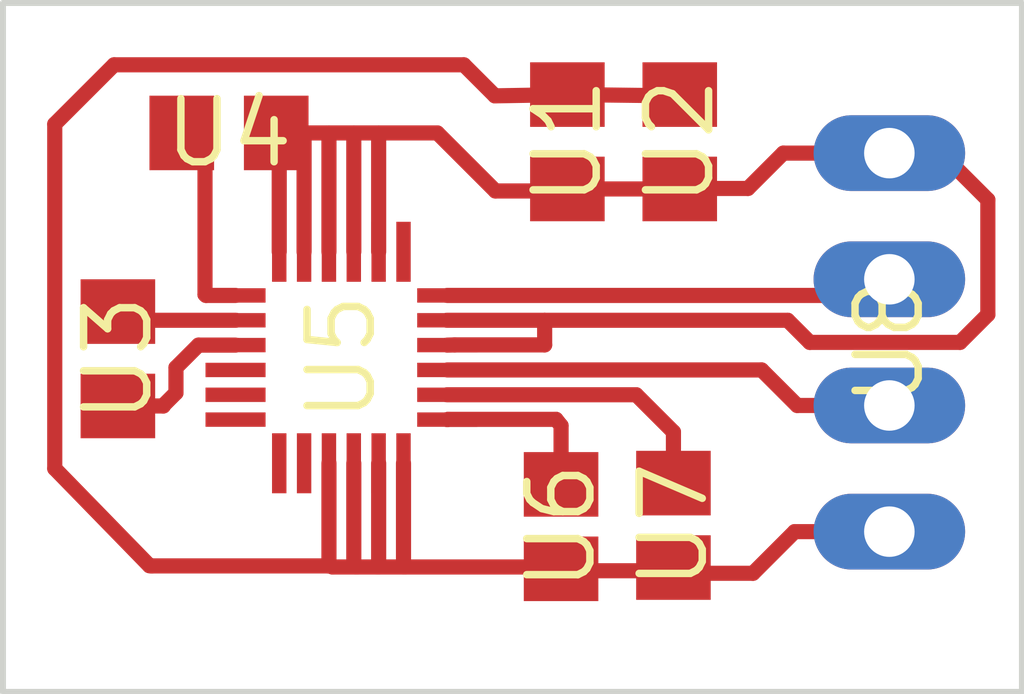
<source format=kicad_pcb>
(kicad_pcb (version 20221018) (generator pcbnew)
  (layers (0 "F.Cu" signal "Top") (31 "B.Cu" signal "Bottom") (34 "B.Paste" user) (35 "F.Paste" user) (36 "B.SilkS" user "B.Silkscreen") (37 "F.SilkS" user "F.Silkscreen") (38 "B.Mask" user) (39 "F.Mask" user) (44 "Edge.Cuts" user))
  (net 0 "")
  (net 1 "GND")
  (net 2 "VDD")
  (net 3 "/SDA")
  (net 4 "/SCL")
  (net 5 "Net-(R2-Pad1)")
  (net 6 "Net-(R1-Pad1)")
  (net 7 "Net-(U1-Pad14)")
  (net 8 "Net-(U1-Pad13)")
  (net 9 "Net-(U1-Pad12)")
  (net 10 "Net-(U1-Pad11)")
  (net 11 "Net-(U1-Pad10)")
  (net 12 "Net-(C1-Pad1)")
  (net 13 "Net-(C1-Pad2)")
  (net 14 "Net-(C2-Pad2)")
  (net 15 "Net-(U1-Pad1)")
  (footprint "imu:LGA-24" (layer "F.Cu") (at 145.0594 105.2068 -90)
    (fp_text reference "U5" (at 0 0 270) (layer "F.SilkS") (effects (font (size 1.27 1.27))))
    (fp_text value "" (at 0 0 270) (layer "F.SilkS") (effects (font (size 1.27 1.27))))
    (pad "1" smd rect (at -2.129 -1.25) (size 0.29 1.208) (layers "F.Cu" "F.Paste" "F.Mask") (net 15 "Net-(U1-Pad1)"))
    (pad "2" smd rect (at -2.129 -0.75) (size 0.29 1.208) (layers "F.Cu" "F.Paste" "F.Mask") (net 1 "GND"))
    (pad "3" smd rect (at -2.129 -0.25) (size 0.29 1.208) (layers "F.Cu" "F.Paste" "F.Mask") (net 1 "GND"))
    (pad "4" smd rect (at -2.129 0.25) (size 0.29 1.208) (layers "F.Cu" "F.Paste" "F.Mask") (net 1 "GND"))
    (pad "5" smd rect (at -2.129 0.75) (size 0.29 1.208) (layers "F.Cu" "F.Paste" "F.Mask") (net 1 "GND"))
    (pad "6" smd rect (at -2.129 1.25) (size 0.29 1.208) (layers "F.Cu" "F.Paste" "F.Mask") (net 1 "GND"))
    (pad "7" smd rect (at -1.25 2.129 90) (size 0.29 1.208) (layers "F.Cu" "F.Paste" "F.Mask") (net 14 "Net-(C2-Pad2)"))
    (pad "8" smd rect (at -0.75 2.129 90) (size 0.29 1.208) (layers "F.Cu" "F.Paste" "F.Mask") (net 13 "Net-(C1-Pad2)"))
    (pad "9" smd rect (at -0.25 2.129 90) (size 0.29 1.208) (layers "F.Cu" "F.Paste" "F.Mask") (net 12 "Net-(C1-Pad1)"))
    (pad "10" smd rect (at 0.25 2.129 90) (size 0.29 1.208) (layers "F.Cu" "F.Paste" "F.Mask") (net 11 "Net-(U1-Pad10)"))
    (pad "11" smd rect (at 0.75 2.129 90) (size 0.29 1.208) (layers "F.Cu" "F.Paste" "F.Mask") (net 10 "Net-(U1-Pad11)"))
    (pad "12" smd rect (at 1.25 2.129 90) (size 0.29 1.208) (layers "F.Cu" "F.Paste" "F.Mask") (net 9 "Net-(U1-Pad12)"))
    (pad "13" smd rect (at 2.129 1.25 180) (size 0.29 1.208) (layers "F.Cu" "F.Paste" "F.Mask") (net 8 "Net-(U1-Pad13)"))
    (pad "14" smd rect (at 2.129 0.75 180) (size 0.29 1.208) (layers "F.Cu" "F.Paste" "F.Mask") (net 7 "Net-(U1-Pad14)"))
    (pad "15" smd rect (at 2.129 0.25 180) (size 0.29 1.208) (layers "F.Cu" "F.Paste" "F.Mask") (net 2 "VDD"))
    (pad "16" smd rect (at 2.129 -0.25 180) (size 0.29 1.208) (layers "F.Cu" "F.Paste" "F.Mask") (net 2 "VDD"))
    (pad "17" smd rect (at 2.129 -0.75 180) (size 0.29 1.208) (layers "F.Cu" "F.Paste" "F.Mask") (net 2 "VDD"))
    (pad "18" smd rect (at 2.129 -1.25 180) (size 0.29 1.208) (layers "F.Cu" "F.Paste" "F.Mask") (net 2 "VDD"))
    (pad "19" smd rect (at 1.25 -2.129 270) (size 0.29 1.208) (layers "F.Cu" "F.Paste" "F.Mask") (net 6 "Net-(R1-Pad1)"))
    (pad "20" smd rect (at 0.75 -2.129 270) (size 0.29 1.208) (layers "F.Cu" "F.Paste" "F.Mask") (net 5 "Net-(R2-Pad1)"))
    (pad "21" smd rect (at 0.25 -2.129 270) (size 0.29 1.208) (layers "F.Cu" "F.Paste" "F.Mask") (net 4 "/SCL"))
    (pad "22" smd rect (at -0.25 -2.129 270) (size 0.29 1.208) (layers "F.Cu" "F.Paste" "F.Mask") (net 1 "GND"))
    (pad "23" smd rect (at -0.75 -2.129 270) (size 0.29 1.208) (layers "F.Cu" "F.Paste" "F.Mask") (net 1 "GND"))
    (pad "24" smd rect (at -1.25 -2.129 270) (size 0.29 1.208) (layers "F.Cu" "F.Paste" "F.Mask") (net 3 "/SDA"))
  )
  (footprint "imu:C0805" (layer "F.Cu") (at 149.606 100.8634 -90)
    (fp_text reference "U1" (at 0 0 270) (layer "F.SilkS") (effects (font (size 1.27 1.27))))
    (fp_text value "" (at 0 0 270) (layer "F.SilkS") (effects (font (size 1.27 1.27))))
    (pad "1" smd rect (at -0.95 0 270) (size 1.3 1.5) (layers "F.Cu" "F.Paste" "F.Mask") (net 2 "VDD"))
    (pad "2" smd rect (at 0.95 0 270) (size 1.3 1.5) (layers "F.Cu" "F.Paste" "F.Mask") (net 1 "GND"))
  )
  (footprint "imu:C0805" (layer "F.Cu") (at 151.8666 100.8634 -90)
    (fp_text reference "U2" (at 0 0 270) (layer "F.SilkS") (effects (font (size 1.27 1.27))))
    (fp_text value "" (at 0 0 270) (layer "F.SilkS") (effects (font (size 1.27 1.27))))
    (pad "1" smd rect (at -0.95 0 270) (size 1.3 1.5) (layers "F.Cu" "F.Paste" "F.Mask") (net 2 "VDD"))
    (pad "2" smd rect (at 0.95 0 270) (size 1.3 1.5) (layers "F.Cu" "F.Paste" "F.Mask") (net 1 "GND"))
  )
  (footprint "imu:C0805" (layer "F.Cu") (at 140.5636 105.2322 90)
    (fp_text reference "U3" (at 0 0 90) (layer "F.SilkS") (effects (font (size 1.27 1.27))))
    (fp_text value "" (at 0 0 90) (layer "F.SilkS") (effects (font (size 1.27 1.27))))
    (pad "1" smd rect (at -0.95 0 90) (size 1.3 1.5) (layers "F.Cu" "F.Paste" "F.Mask") (net 12 "Net-(C1-Pad1)"))
    (pad "2" smd rect (at 0.95 0 90) (size 1.3 1.5) (layers "F.Cu" "F.Paste" "F.Mask") (net 13 "Net-(C1-Pad2)"))
  )
  (footprint "imu:C0805" (layer "F.Cu") (at 142.7988 100.6856 180)
    (fp_text reference "U4" (at 0 0 180) (layer "F.SilkS") (effects (font (size 1.27 1.27))))
    (fp_text value "" (at 0 0 180) (layer "F.SilkS") (effects (font (size 1.27 1.27))))
    (pad "1" smd rect (at -0.95 0 180) (size 1.3 1.5) (layers "F.Cu" "F.Paste" "F.Mask") (net 1 "GND"))
    (pad "2" smd rect (at 0.95 0 180) (size 1.3 1.5) (layers "F.Cu" "F.Paste" "F.Mask") (net 14 "Net-(C2-Pad2)"))
  )
  (footprint "imu:R0805" (layer "F.Cu") (at 149.479 108.6104 -90)
    (fp_text reference "U6" (at 0 0 270) (layer "F.SilkS") (effects (font (size 1.27 1.27))))
    (fp_text value "" (at 0 0 270) (layer "F.SilkS") (effects (font (size 1.27 1.27))))
    (pad "1" smd rect (at -0.85 0 270) (size 1.3 1.5) (layers "F.Cu" "F.Paste" "F.Mask") (net 6 "Net-(R1-Pad1)"))
    (pad "2" smd rect (at 0.85 0 270) (size 1.3 1.5) (layers "F.Cu" "F.Paste" "F.Mask") (net 2 "VDD"))
  )
  (footprint "imu:R0805" (layer "F.Cu") (at 151.7396 108.585 -90)
    (fp_text reference "U7" (at 0 0 270) (layer "F.SilkS") (effects (font (size 1.27 1.27))))
    (fp_text value "" (at 0 0 270) (layer "F.SilkS") (effects (font (size 1.27 1.27))))
    (pad "1" smd rect (at -0.85 0 270) (size 1.3 1.5) (layers "F.Cu" "F.Paste" "F.Mask") (net 5 "Net-(R2-Pad1)"))
    (pad "2" smd rect (at 0.85 0 270) (size 1.3 1.5) (layers "F.Cu" "F.Paste" "F.Mask") (net 2 "VDD"))
  )
  (footprint "imu:MA04-1" (layer "F.Cu") (at 156.083 104.902 90)
    (fp_text reference "U8" (at 0 0 90) (layer "F.SilkS") (effects (font (size 1.27 1.27))))
    (fp_text value "" (at 0 0 90) (layer "F.SilkS") (effects (font (size 1.27 1.27))))
    (pad "1" thru_hole oval locked (at -3.81 0 180) (size 3.048 1.524) (drill 1.016) (layers *.Cu *.Mask) (net 2 "VDD"))
    (pad "2" thru_hole oval locked (at -1.27 0 180) (size 3.048 1.524) (drill 1.016) (layers *.Cu *.Mask) (net 4 "/SCL"))
    (pad "3" thru_hole oval locked (at 1.27 0 180) (size 3.048 1.524) (drill 1.016) (layers *.Cu *.Mask) (net 3 "/SDA"))
    (pad "4" thru_hole oval locked (at 3.81 0 180) (size 3.048 1.524) (drill 1.016) (layers *.Cu *.Mask) (net 1 "GND"))
  )
  (gr_line (start 138.2522 98.0694) (end 158.75 98.0694) (layer "Edge.Cuts") (width 0.12))
  (gr_line (start 158.75 98.0694) (end 158.75 111.9378) (layer "Edge.Cuts") (width 0.12))
  (gr_line (start 138.2522 111.9378) (end 138.2522 98.0694) (layer "Edge.Cuts") (width 0.12))
  (gr_line (start 158.75 111.9378) (end 138.2522 111.9378) (layer "Edge.Cuts") (width 0.12))
  (segment (start 151.8768 101.8032) (end 151.8666 101.8134) (width 0.3048) (layer "F.Cu") (net 1))
  (segment (start 158.0642 104.3432) (end 158.0642 102.0318) (width 0.3048) (layer "F.Cu") (net 1))
  (segment (start 158.0642 102.0318) (end 157.1244 101.092) (width 0.3048) (layer "F.Cu") (net 1))
  (segment (start 154.0376 104.4568) (end 154.4828 104.902) (width 0.3048) (layer "F.Cu") (net 1))
  (segment (start 153.2382 101.8032) (end 151.8768 101.8032) (width 0.3048) (layer "F.Cu") (net 1))
  (segment (start 156.083 101.092) (end 153.9494 101.092) (width 0.3048) (layer "F.Cu") (net 1))
  (segment (start 144.8094 103.0778) (end 144.8094 100.6856) (width 0.3048) (layer "F.Cu") (net 1))
  (segment (start 147.1884 104.9568) (end 147.3408 104.9528) (width 0.3048) (layer "F.Cu") (net 1))
  (segment (start 149.1488 104.4568) (end 154.0376 104.4568) (width 0.3048) (layer "F.Cu") (net 1))
  (segment (start 157.5054 104.902) (end 158.0642 104.3432) (width 0.3048) (layer "F.Cu") (net 1))
  (segment (start 145.8094 103.0778) (end 145.8094 100.6856) (width 0.3048) (layer "F.Cu") (net 1))
  (segment (start 151.8666 101.8134) (end 149.606 101.8134) (width 0.3048) (layer "F.Cu") (net 1))
  (segment (start 147.1884 104.4568) (end 149.1488 104.4568) (width 0.3048) (layer "F.Cu") (net 1))
  (segment (start 145.3094 103.0778) (end 145.3094 100.6856) (width 0.3048) (layer "F.Cu") (net 1))
  (segment (start 153.9494 101.092) (end 153.2382 101.8032) (width 0.3048) (layer "F.Cu") (net 1))
  (segment (start 144.3094 103.0778) (end 144.3094 100.6856) (width 0.3048) (layer "F.Cu") (net 1))
  (segment (start 147.3408 104.9528) (end 149.1488 104.9528) (width 0.3048) (layer "F.Cu") (net 1))
  (segment (start 149.1488 104.9528) (end 149.1488 104.4568) (width 0.3048) (layer "F.Cu") (net 1))
  (segment (start 154.4828 104.902) (end 157.5054 104.902) (width 0.3048) (layer "F.Cu") (net 1))
  (segment (start 157.1244 101.092) (end 156.083 101.092) (width 0.3048) (layer "F.Cu") (net 1))
  (segment (start 143.8094 103.0778) (end 143.8094 100.7462) (width 0.3048) (layer "F.Cu") (net 1))
  (segment (start 143.8094 100.7462) (end 143.7488 100.6856) (width 0.3048) (layer "F.Cu") (net 1))
  (segment (start 144.3094 100.6856) (end 144.8094 100.6856) (width 0.3048) (layer "F.Cu") (net 1))
  (segment (start 144.8094 100.6856) (end 145.3094 100.6856) (width 0.3048) (layer "F.Cu") (net 1))
  (segment (start 145.3094 100.6856) (end 145.8094 100.6856) (width 0.3048) (layer "F.Cu") (net 1))
  (segment (start 145.8094 100.6856) (end 146.9898 100.6856) (width 0.3048) (layer "F.Cu") (net 1))
  (segment (start 143.7488 100.6856) (end 144.3094 100.6856) (width 0.3048) (layer "F.Cu") (net 1))
  (segment (start 146.9898 100.6856) (end 148.1582 101.854) (width 0.3048) (layer "F.Cu") (net 1))
  (segment (start 148.1582 101.854) (end 149.5908 101.854) (width 0.3048) (layer "F.Cu") (net 1))
  (segment (start 149.5908 101.854) (end 149.606 101.8134) (width 0.3048) (layer "F.Cu") (net 1))
  (segment (start 145.796 109.4232) (end 146.3294 109.4232) (width 0.3048) (layer "F.Cu") (net 2))
  (segment (start 153.3398 109.5502) (end 151.8548 109.5502) (width 0.3048) (layer "F.Cu") (net 2))
  (segment (start 144.8816 109.4232) (end 145.3642 109.4232) (width 0.3048) (layer "F.Cu") (net 2))
  (segment (start 146.3294 109.4232) (end 149.987 109.4232) (width 0.3048) (layer "F.Cu") (net 2))
  (segment (start 150.0632 109.4994) (end 149.518 109.4994) (width 0.3048) (layer "F.Cu") (net 2))
  (segment (start 154.178 108.712) (end 153.3398 109.5502) (width 0.3048) (layer "F.Cu") (net 2))
  (segment (start 149.987 109.4232) (end 150.0632 109.4994) (width 0.3048) (layer "F.Cu") (net 2))
  (segment (start 150.0632 109.4994) (end 151.6752 109.4994) (width 0.3048) (layer "F.Cu") (net 2))
  (segment (start 151.6752 109.4994) (end 151.7396 109.435) (width 0.3048) (layer "F.Cu") (net 2))
  (segment (start 145.3094 109.3684) (end 145.3642 109.4232) (width 0.3048) (layer "F.Cu") (net 2))
  (segment (start 156.083 108.712) (end 154.178 108.712) (width 0.3048) (layer "F.Cu") (net 2))
  (segment (start 144.8094 109.4018) (end 144.8816 109.4232) (width 0.3048) (layer "F.Cu") (net 2))
  (segment (start 145.3642 109.4232) (end 145.796 109.4232) (width 0.3048) (layer "F.Cu") (net 2))
  (segment (start 144.8094 107.3358) (end 144.8094 109.4018) (width 0.3048) (layer "F.Cu") (net 2))
  (segment (start 145.8094 109.4098) (end 145.796 109.4232) (width 0.3048) (layer "F.Cu") (net 2))
  (segment (start 149.518 109.4994) (end 149.479 109.4604) (width 0.3048) (layer "F.Cu") (net 2))
  (segment (start 146.3094 107.3358) (end 146.3094 109.4032) (width 0.3048) (layer "F.Cu") (net 2))
  (segment (start 146.3094 109.4032) (end 146.3294 109.4232) (width 0.3048) (layer "F.Cu") (net 2))
  (segment (start 151.8666 99.9134) (end 151.8666 99.9388) (width 0.3048) (layer "F.Cu") (net 2))
  (segment (start 145.8094 107.3358) (end 145.8094 109.4098) (width 0.3048) (layer "F.Cu") (net 2))
  (segment (start 145.3094 107.3358) (end 145.3094 109.3684) (width 0.3048) (layer "F.Cu") (net 2))
  (segment (start 151.8666 99.9388) (end 149.606 99.9134) (width 0.3048) (layer "F.Cu") (net 2))
  (segment (start 151.8548 109.5502) (end 151.7396 109.435) (width 0.3048) (layer "F.Cu") (net 2))
  (segment (start 149.606 99.9134) (end 148.148 99.9388) (width 0.3048) (layer "F.Cu") (net 2))
  (segment (start 148.148 99.9388) (end 147.5232 99.314) (width 0.3048) (layer "F.Cu") (net 2))
  (segment (start 147.5232 99.314) (end 140.4874 99.314) (width 0.3048) (layer "F.Cu") (net 2))
  (segment (start 144.8094 109.4018) (end 141.2454 109.4018) (width 0.3048) (layer "F.Cu") (net 2))
  (segment (start 141.2454 109.4018) (end 141.1986 109.3978) (width 0.3048) (layer "F.Cu") (net 2))
  (segment (start 139.2936 107.442) (end 141.1986 109.3978) (width 0.3048) (layer "F.Cu") (net 2))
  (segment (start 140.4874 99.314) (end 139.2936 100.5078) (width 0.3048) (layer "F.Cu") (net 2))
  (segment (start 139.2936 100.5078) (end 139.2936 107.442) (width 0.3048) (layer "F.Cu") (net 2))
  (segment (start 147.1884 103.9568) (end 155.7582 103.9568) (width 0.3048) (layer "F.Cu") (net 3))
  (segment (start 155.7582 103.9568) (end 156.083 103.632) (width 0.3048) (layer "F.Cu") (net 3))
  (segment (start 156.083 106.172) (end 154.2288 106.172) (width 0.3048) (layer "F.Cu") (net 4))
  (segment (start 154.2288 106.172) (end 153.5136 105.4568) (width 0.3048) (layer "F.Cu") (net 4))
  (segment (start 147.1884 105.4568) (end 153.5136 105.4568) (width 0.3048) (layer "F.Cu") (net 4))
  (segment (start 150.991 105.9568) (end 151.7396 106.7054) (width 0.3048) (layer "F.Cu") (net 5))
  (segment (start 147.1884 105.9568) (end 150.991 105.9568) (width 0.3048) (layer "F.Cu") (net 5))
  (segment (start 151.7396 106.7054) (end 151.7396 107.735) (width 0.3048) (layer "F.Cu") (net 5))
  (segment (start 149.479 107.7604) (end 149.479 106.5784) (width 0.3048) (layer "F.Cu") (net 6))
  (segment (start 149.479 106.5784) (end 149.3774 106.4514) (width 0.3048) (layer "F.Cu") (net 6))
  (segment (start 149.3774 106.4514) (end 147.2084 106.4514) (width 0.3048) (layer "F.Cu") (net 6))
  (segment (start 147.2084 106.4514) (end 147.1884 106.4568) (width 0.3048) (layer "F.Cu") (net 6))
  (segment (start 142.9304 104.9568) (end 142.1852 104.9568) (width 0.3048) (layer "F.Cu") (net 12))
  (segment (start 141.732 105.918) (end 141.478 106.172) (width 0.3048) (layer "F.Cu") (net 12))
  (segment (start 141.732 105.41) (end 141.732 105.918) (width 0.3048) (layer "F.Cu") (net 12))
  (segment (start 142.1852 104.9568) (end 141.732 105.41) (width 0.3048) (layer "F.Cu") (net 12))
  (segment (start 141.478 106.1822) (end 140.5636 106.1822) (width 0.3048) (layer "F.Cu") (net 12))
  (segment (start 141.478 106.172) (end 141.478 106.1822) (width 0.3048) (layer "F.Cu") (net 12))
  (segment (start 142.9304 104.4568) (end 140.7382 104.4568) (width 0.3048) (layer "F.Cu") (net 13))
  (segment (start 140.7382 104.4568) (end 140.5636 104.2822) (width 0.3048) (layer "F.Cu") (net 13))
  (segment (start 142.3362 103.9568) (end 142.9304 103.9568) (width 0.3048) (layer "F.Cu") (net 14))
  (segment (start 141.8488 100.6856) (end 141.8488 100.6856) (width 0.3048) (layer "F.Cu") (net 14))
  (segment (start 141.8488 100.6856) (end 142.027666 100.721179) (width 0.3048) (layer "F.Cu") (net 14))
  (segment (start 142.027666 100.721179) (end 142.179302 100.822498) (width 0.3048) (layer "F.Cu") (net 14))
  (segment (start 142.179302 100.822498) (end 142.3162 101.153) (width 0.3048) (layer "F.Cu") (net 14))
  (segment (start 142.3162 103.9368) (end 142.3362 103.9568) (width 0.3048) (layer "F.Cu") (net 14))
  (segment (start 142.3162 103.9368) (end 142.3162 103.9368) (width 0.3048) (layer "F.Cu") (net 14))
  (segment (start 142.3162 101.153) (end 142.3162 103.9368) (width 0.3048) (layer "F.Cu") (net 14))
)
</source>
